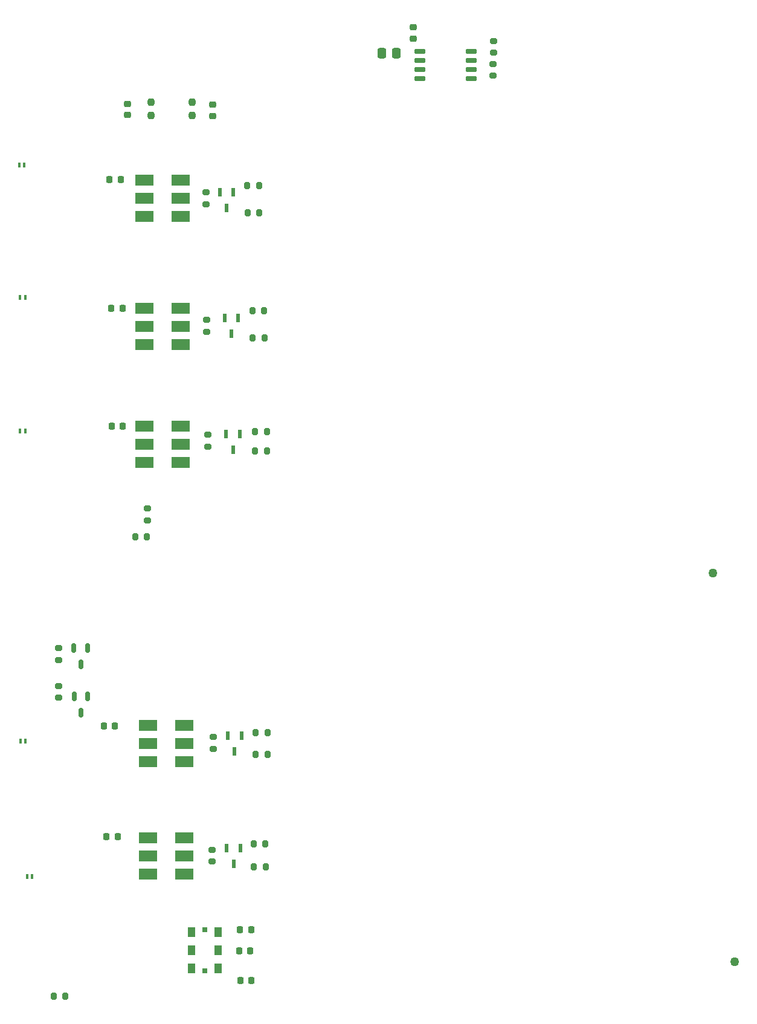
<source format=gbr>
%TF.GenerationSoftware,KiCad,Pcbnew,7.0.10-7.0.10~ubuntu22.04.1*%
%TF.CreationDate,2024-03-14T13:40:30-04:00*%
%TF.ProjectId,dioBreakOutBoard,64696f42-7265-4616-9b4f-7574426f6172,rev?*%
%TF.SameCoordinates,Original*%
%TF.FileFunction,Paste,Bot*%
%TF.FilePolarity,Positive*%
%FSLAX46Y46*%
G04 Gerber Fmt 4.6, Leading zero omitted, Abs format (unit mm)*
G04 Created by KiCad (PCBNEW 7.0.10-7.0.10~ubuntu22.04.1) date 2024-03-14 13:40:30*
%MOMM*%
%LPD*%
G01*
G04 APERTURE LIST*
G04 Aperture macros list*
%AMRoundRect*
0 Rectangle with rounded corners*
0 $1 Rounding radius*
0 $2 $3 $4 $5 $6 $7 $8 $9 X,Y pos of 4 corners*
0 Add a 4 corners polygon primitive as box body*
4,1,4,$2,$3,$4,$5,$6,$7,$8,$9,$2,$3,0*
0 Add four circle primitives for the rounded corners*
1,1,$1+$1,$2,$3*
1,1,$1+$1,$4,$5*
1,1,$1+$1,$6,$7*
1,1,$1+$1,$8,$9*
0 Add four rect primitives between the rounded corners*
20,1,$1+$1,$2,$3,$4,$5,0*
20,1,$1+$1,$4,$5,$6,$7,0*
20,1,$1+$1,$6,$7,$8,$9,0*
20,1,$1+$1,$8,$9,$2,$3,0*%
G04 Aperture macros list end*
%ADD10C,1.270000*%
%ADD11R,0.600000X1.250000*%
%ADD12RoundRect,0.200000X-0.200000X-0.275000X0.200000X-0.275000X0.200000X0.275000X-0.200000X0.275000X0*%
%ADD13R,2.540000X1.650000*%
%ADD14RoundRect,0.200000X0.275000X-0.200000X0.275000X0.200000X-0.275000X0.200000X-0.275000X-0.200000X0*%
%ADD15RoundRect,0.150000X-0.150000X0.512500X-0.150000X-0.512500X0.150000X-0.512500X0.150000X0.512500X0*%
%ADD16RoundRect,0.200000X0.200000X0.275000X-0.200000X0.275000X-0.200000X-0.275000X0.200000X-0.275000X0*%
%ADD17RoundRect,0.200000X-0.275000X0.200000X-0.275000X-0.200000X0.275000X-0.200000X0.275000X0.200000X0*%
%ADD18R,0.400000X0.700000*%
%ADD19RoundRect,0.225000X-0.225000X-0.250000X0.225000X-0.250000X0.225000X0.250000X-0.225000X0.250000X0*%
%ADD20R,1.000000X1.400000*%
%ADD21R,0.800001X0.800001*%
%ADD22RoundRect,0.218750X-0.256250X0.218750X-0.256250X-0.218750X0.256250X-0.218750X0.256250X0.218750X0*%
%ADD23RoundRect,0.150000X0.650000X0.150000X-0.650000X0.150000X-0.650000X-0.150000X0.650000X-0.150000X0*%
%ADD24RoundRect,0.250000X-0.337500X-0.475000X0.337500X-0.475000X0.337500X0.475000X-0.337500X0.475000X0*%
%ADD25RoundRect,0.237500X-0.237500X0.250000X-0.237500X-0.250000X0.237500X-0.250000X0.237500X0.250000X0*%
%ADD26RoundRect,0.225000X-0.250000X0.225000X-0.250000X-0.225000X0.250000X-0.225000X0.250000X0.225000X0*%
%ADD27RoundRect,0.225000X0.225000X0.250000X-0.225000X0.250000X-0.225000X-0.250000X0.225000X-0.250000X0*%
G04 APERTURE END LIST*
%TO.C,IC2*%
G36*
X156819966Y-148019948D02*
G01*
X155819637Y-148019948D01*
X155819637Y-147420762D01*
X156819966Y-147420762D01*
X156819966Y-148019948D01*
G37*
G36*
X156820093Y-152299899D02*
G01*
X155819841Y-152299899D01*
X155819841Y-151699849D01*
X156820093Y-151699849D01*
X156820093Y-152299899D01*
G37*
G36*
X156820042Y-150559745D02*
G01*
X155819968Y-150559745D01*
X155819968Y-149960025D01*
X156820042Y-149960025D01*
X156820042Y-150559745D01*
G37*
G36*
X156819966Y-153099973D02*
G01*
X155819968Y-153099973D01*
X155819968Y-152499619D01*
X156819966Y-152499619D01*
X156819966Y-153099973D01*
G37*
G36*
X156819839Y-149760635D02*
G01*
X155820069Y-149760635D01*
X155820069Y-149160103D01*
X156819839Y-149160103D01*
X156819839Y-149760635D01*
G37*
G36*
X156819940Y-147220051D02*
G01*
X155820425Y-147220051D01*
X155820425Y-146620027D01*
X156819940Y-146620027D01*
X156819940Y-147220051D01*
G37*
G36*
X160520009Y-150560126D02*
G01*
X159519528Y-150560126D01*
X159519528Y-149962032D01*
X160520009Y-149962032D01*
X160520009Y-150560126D01*
G37*
G36*
X160520009Y-149760051D02*
G01*
X159519782Y-149760051D01*
X159519782Y-149159925D01*
X160520009Y-149159925D01*
X160520009Y-149760051D01*
G37*
G36*
X160520009Y-153100024D02*
G01*
X159519909Y-153100024D01*
X159519909Y-152499695D01*
X160520009Y-152499695D01*
X160520009Y-153100024D01*
G37*
G36*
X160519907Y-147219721D02*
G01*
X159519986Y-147219721D01*
X159519986Y-146620205D01*
X160519907Y-146620205D01*
X160519907Y-147219721D01*
G37*
G36*
X160520009Y-152300051D02*
G01*
X159520036Y-152300051D01*
X159520036Y-151700027D01*
X160520009Y-151700027D01*
X160520009Y-152300051D01*
G37*
G36*
X160520060Y-148019948D02*
G01*
X159520062Y-148019948D01*
X159520062Y-147419771D01*
X160520060Y-147419771D01*
X160520060Y-148019948D01*
G37*
%TD*%
D10*
%TO.C,P1*%
X232400000Y-151450000D03*
X229350000Y-97070000D03*
%TD*%
D11*
%TO.C,D12*%
X161249826Y-135532200D03*
X163149826Y-135532200D03*
X162199826Y-137732200D03*
%TD*%
D12*
%TO.C,R21*%
X164995026Y-134962400D03*
X166645026Y-134962400D03*
%TD*%
D13*
%TO.C,TR3*%
X149670000Y-81500000D03*
X149670000Y-78960000D03*
X149670000Y-76420000D03*
X154750000Y-76420000D03*
X154750000Y-78960000D03*
X154750000Y-81500000D03*
%TD*%
D14*
%TO.C,R24*%
X150114000Y-89662000D03*
X150114000Y-88012000D03*
%TD*%
D15*
%TO.C,Q1*%
X139850000Y-114325000D03*
X141750000Y-114325000D03*
X140800000Y-116600000D03*
%TD*%
D16*
%TO.C,R1*%
X138625000Y-156300000D03*
X136975000Y-156300000D03*
%TD*%
D13*
%TO.C,TR5*%
X149670000Y-47080000D03*
X149670000Y-44540000D03*
X149670000Y-42000000D03*
X154750000Y-42000000D03*
X154750000Y-44540000D03*
X154750000Y-47080000D03*
%TD*%
D17*
%TO.C,R9*%
X159390026Y-119977400D03*
X159390026Y-121627400D03*
%TD*%
D14*
%TO.C,R8*%
X137685000Y-109200000D03*
X137685000Y-107550000D03*
%TD*%
D11*
%TO.C,D13*%
X160250000Y-43650000D03*
X162150000Y-43650000D03*
X161200000Y-45850000D03*
%TD*%
D18*
%TO.C,D5*%
X132300000Y-58420000D03*
X133000000Y-58420000D03*
%TD*%
D19*
%TO.C,C3*%
X144025000Y-118480000D03*
X145575000Y-118480000D03*
%TD*%
D12*
%TO.C,R18*%
X165315000Y-122390000D03*
X166965000Y-122390000D03*
%TD*%
%TO.C,R16*%
X164900000Y-64120000D03*
X166550000Y-64120000D03*
%TD*%
D11*
%TO.C,D10*%
X161410000Y-119830000D03*
X163310000Y-119830000D03*
X162360000Y-122030000D03*
%TD*%
D19*
%TO.C,C10*%
X163121402Y-147011600D03*
X164671402Y-147011600D03*
%TD*%
D20*
%TO.C,IC2*%
X156320002Y-152400000D03*
X156320002Y-149860000D03*
X156320002Y-147320000D03*
X160020000Y-147320000D03*
X160020000Y-149860000D03*
X160020000Y-152400000D03*
D21*
X158170001Y-152725001D03*
X158170001Y-146994999D03*
%TD*%
D17*
%TO.C,R13*%
X158310000Y-43725000D03*
X158310000Y-45375000D03*
%TD*%
D11*
%TO.C,D9*%
X160970000Y-61320000D03*
X162870000Y-61320000D03*
X161920000Y-63520000D03*
%TD*%
D17*
%TO.C,R10*%
X158400000Y-61580000D03*
X158400000Y-63230000D03*
%TD*%
D13*
%TO.C,TR2*%
X150220026Y-123442400D03*
X150220026Y-120902400D03*
X150220026Y-118362400D03*
X155300026Y-118362400D03*
X155300026Y-120902400D03*
X155300026Y-123442400D03*
%TD*%
D19*
%TO.C,C5*%
X145084200Y-59944000D03*
X146634200Y-59944000D03*
%TD*%
D22*
%TO.C,D3*%
X159250000Y-31450000D03*
X159250000Y-33025000D03*
%TD*%
D19*
%TO.C,C6*%
X145095000Y-76420000D03*
X146645000Y-76420000D03*
%TD*%
D12*
%TO.C,R14*%
X165045026Y-138142400D03*
X166695026Y-138142400D03*
%TD*%
%TO.C,R23*%
X164150000Y-46570000D03*
X165800000Y-46570000D03*
%TD*%
D19*
%TO.C,C4*%
X144395000Y-133960000D03*
X145945000Y-133960000D03*
%TD*%
D17*
%TO.C,R4*%
X198600000Y-25700000D03*
X198600000Y-27350000D03*
%TD*%
%TO.C,R12*%
X159228026Y-135777400D03*
X159228026Y-137427400D03*
%TD*%
D19*
%TO.C,C7*%
X144830200Y-41910000D03*
X146380200Y-41910000D03*
%TD*%
D13*
%TO.C,TR1*%
X149710000Y-65040000D03*
X149710000Y-62500000D03*
X149710000Y-59960000D03*
X154790000Y-59960000D03*
X154790000Y-62500000D03*
X154790000Y-65040000D03*
%TD*%
D12*
%TO.C,R19*%
X165215000Y-77240000D03*
X166865000Y-77240000D03*
%TD*%
D17*
%TO.C,R7*%
X137685000Y-112850000D03*
X137685000Y-114500000D03*
%TD*%
D13*
%TO.C,TR4*%
X150220000Y-139180000D03*
X150220000Y-136640000D03*
X150220000Y-134100000D03*
X155300000Y-134100000D03*
X155300000Y-136640000D03*
X155300000Y-139180000D03*
%TD*%
D22*
%TO.C,D1*%
X147310000Y-31312500D03*
X147310000Y-32887500D03*
%TD*%
D14*
%TO.C,R5*%
X198640000Y-24170000D03*
X198640000Y-22520000D03*
%TD*%
D23*
%TO.C,IC1*%
X195540000Y-23965000D03*
X195540000Y-25235000D03*
X195540000Y-26505000D03*
X195540000Y-27775000D03*
X188340000Y-27775000D03*
X188340000Y-26505000D03*
X188340000Y-25235000D03*
X188340000Y-23965000D03*
%TD*%
D18*
%TO.C,D14*%
X132200000Y-39900000D03*
X132900000Y-39900000D03*
%TD*%
%TO.C,D6*%
X132350000Y-120600000D03*
X133050000Y-120600000D03*
%TD*%
%TO.C,D8*%
X133300000Y-139500000D03*
X134000000Y-139500000D03*
%TD*%
D17*
%TO.C,R11*%
X158629200Y-77654600D03*
X158629200Y-79304600D03*
%TD*%
D19*
%TO.C,C9*%
X162990002Y-149930000D03*
X164540002Y-149930000D03*
%TD*%
D24*
%TO.C,C2*%
X182980000Y-24190000D03*
X185055000Y-24190000D03*
%TD*%
D18*
%TO.C,D7*%
X132300000Y-77175000D03*
X133000000Y-77175000D03*
%TD*%
D15*
%TO.C,Q2*%
X139830000Y-107525000D03*
X141730000Y-107525000D03*
X140780000Y-109800000D03*
%TD*%
D16*
%TO.C,R6*%
X150080000Y-91950000D03*
X148430000Y-91950000D03*
%TD*%
D11*
%TO.C,D11*%
X161180000Y-77520000D03*
X163080000Y-77520000D03*
X162130000Y-79720000D03*
%TD*%
D25*
%TO.C,R2*%
X156400000Y-31105000D03*
X156400000Y-32930000D03*
%TD*%
D12*
%TO.C,R20*%
X165210000Y-79900000D03*
X166860000Y-79900000D03*
%TD*%
D26*
%TO.C,C1*%
X187400000Y-20615000D03*
X187400000Y-22165000D03*
%TD*%
D12*
%TO.C,R17*%
X165295000Y-119380000D03*
X166945000Y-119380000D03*
%TD*%
%TO.C,R15*%
X164862500Y-60260000D03*
X166512500Y-60260000D03*
%TD*%
%TO.C,R22*%
X164140000Y-42790000D03*
X165790000Y-42790000D03*
%TD*%
D25*
%TO.C,R3*%
X150640000Y-31077500D03*
X150640000Y-32902500D03*
%TD*%
D27*
%TO.C,C8*%
X164705000Y-154110000D03*
X163155000Y-154110000D03*
%TD*%
M02*

</source>
